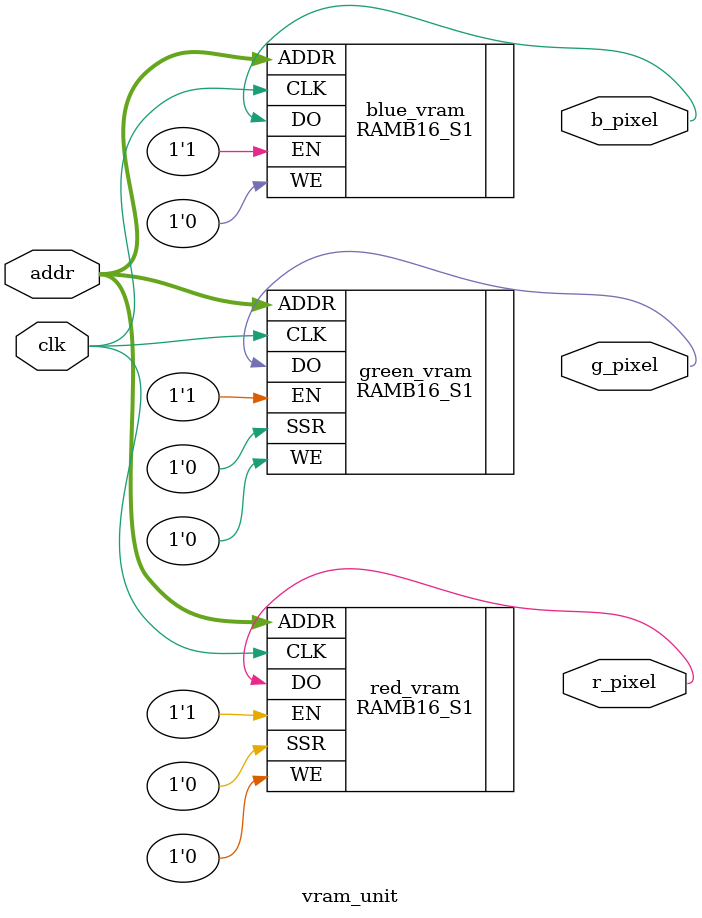
<source format=v>
`timescale 1ns / 1ps
module vram_unit (clk,addr,r_pixel,g_pixel,b_pixel);

input clk;
input [13:0] addr;
output r_pixel,g_pixel,b_pixel;

RAMB16_S1 #(
      .INIT(1'b0),  // Value of output RAM registers at startup
      .SRVAL(1'b0), // Output value upon SSR assertion
      .WRITE_MODE("READ_FIRST"), // WRITE_FIRST, READ_FIRST or NO_CHANGE

      //Start of red-white alternate lines (2 lines per line 12 in total)
      .INIT_00(256'hffffffff_ffffffff_ffffffff_ffffffff_ffffffff_ffffffff_ffffffff_ffffffff),
      .INIT_01(256'hffffffff_ffffffff_ffffffff_ffffffff_ffffffff_ffffffff_ffffffff_ffffffff),
      .INIT_02(256'hffffffff_ffffffff_ffffffff_ffffffff_ffffffff_ffffffff_ffffffff_ffffffff),
      .INIT_03(256'hffffffff_ffffffff_ffffffff_ffffffff_ffffffff_ffffffff_ffffffff_ffffffff),
      .INIT_04(256'hffffffff_ffffffff_ffffffff_ffffffff_ffffffff_ffffffff_ffffffff_ffffffff),
      .INIT_05(256'hffffffff_ffffffff_ffffffff_ffffffff_ffffffff_ffffffff_ffffffff_ffffffff),
      .INIT_06(256'hffffffff_ffffffff_ffffffff_ffffffff_ffffffff_ffffffff_ffffffff_ffffffff),
      .INIT_07(256'hffffffff_ffffffff_ffffffff_ffffffff_ffffffff_ffffffff_ffffffff_ffffffff),
      .INIT_08(256'hffffffff_ffffffff_ffffffff_ffffffff_ffffffff_ffffffff_ffffffff_ffffffff),
      .INIT_09(256'hffffffff_ffffffff_ffffffff_ffffffff_ffffffff_ffffffff_ffffffff_ffffffff),
      .INIT_0A(256'hffffffff_ffffffff_ffffffff_ffffffff_ffffffff_ffffffff_ffffffff_ffffffff),
	   .INIT_0B(256'hffffffff_ffffffff_ffffffff_ffffffff_ffffffff_ffffffff_ffffffff_ffffffff),
	  	//End of first set of red lines
		//Start of green-white alternate lines (2 lines per line 12 in total) 
      .INIT_0C(256'h0000000000000000_0000000000000000_ffffffffffffffff_ffffffffffffffff),
      .INIT_0D(256'h0000000000000000_0000000000000000_ffffffffffffffff_ffffffffffffffff),
      .INIT_0E(256'h0000000000000000_0000000000000000_ffffffffffffffff_ffffffffffffffff),
      .INIT_0F(256'h0000000000000000_0000000000000000_ffffffffffffffff_ffffffffffffffff),
      .INIT_10(256'h0000000000000000_0000000000000000_ffffffffffffffff_ffffffffffffffff),
      .INIT_11(256'h0000000000000000_0000000000000000_ffffffffffffffff_ffffffffffffffff),
      .INIT_12(256'h0000000000000000_0000000000000000_ffffffffffffffff_ffffffffffffffff),
      .INIT_13(256'h0000000000000000_0000000000000000_ffffffffffffffff_ffffffffffffffff),
      .INIT_14(256'h0000000000000000_0000000000000000_ffffffffffffffff_ffffffffffffffff),
      .INIT_15(256'h0000000000000000_0000000000000000_ffffffffffffffff_ffffffffffffffff),
      .INIT_16(256'h0000000000000000_0000000000000000_ffffffffffffffff_ffffffffffffffff),
	   .INIT_17(256'h0000000000000000_0000000000000000_ffffffffffffffff_ffffffffffffffff),
		//Blue-white alternate lines (2 lines per line 12 in total) 
      .INIT_18(256'h0000000000000000_0000000000000000_ffffffffffffffff_ffffffffffffffff),
      .INIT_19(256'h0000000000000000_0000000000000000_ffffffffffffffff_ffffffffffffffff),
      .INIT_1A(256'h0000000000000000_0000000000000000_ffffffffffffffff_ffffffffffffffff),
      .INIT_1B(256'h0000000000000000_0000000000000000_ffffffffffffffff_ffffffffffffffff),
      .INIT_1C(256'h0000000000000000_0000000000000000_ffffffffffffffff_ffffffffffffffff),
      .INIT_1D(256'h0000000000000000_0000000000000000_ffffffffffffffff_ffffffffffffffff),
      .INIT_1E(256'h0000000000000000_0000000000000000_ffffffffffffffff_ffffffffffffffff),
      .INIT_1F(256'h0000000000000000_0000000000000000_ffffffffffffffff_ffffffffffffffff),
      .INIT_20(256'h0000000000000000_0000000000000000_ffffffffffffffff_ffffffffffffffff),
      .INIT_21(256'h0000000000000000_0000000000000000_ffffffffffffffff_ffffffffffffffff),
      .INIT_22(256'h0000000000000000_0000000000000000_ffffffffffffffff_ffffffffffffffff),
      .INIT_23(256'h0000000000000000_0000000000000000_ffffffffffffffff_ffffffffffffffff),
		//Black with rgb vertical alternate lines (2 lines per line 12 in total) 
      .INIT_24(256'h99999999999999999999999999999999_11111111111111111111111111111111),
      .INIT_25(256'h99999999999999999999999999999999_11111111111111111111111111111111),
      .INIT_26(256'h99999999999999999999999999999999_11111111111111111111111111111111),
      .INIT_27(256'h99999999999999999999999999999999_11111111111111111111111111111111),
      .INIT_28(256'h99999999999999999999999999999999_11111111111111111111111111111111),
      .INIT_29(256'h99999999999999999999999999999999_11111111111111111111111111111111),
      .INIT_2A(256'h99999999999999999999999999999999_11111111111111111111111111111111),
      .INIT_2B(256'h99999999999999999999999999999999_11111111111111111111111111111111),
      .INIT_2C(256'h99999999999999999999999999999999_11111111111111111111111111111111),
      .INIT_2D(256'h99999999999999999999999999999999_11111111111111111111111111111111),
      .INIT_2E(256'h99999999999999999999999999999999_11111111111111111111111111111111),
      .INIT_2F(256'h99999999999999999999999999999999_11111111111111111111111111111111)
   ) red_vram (
      .DO(r_pixel),       // 1-bit Data Output
      .ADDR(addr),       // 14-bit Address Input
      .CLK(clk),        // Clock
      .EN(1'b1),        // RAM Enable Input
		.SSR(1'b0) ,      // Synchronous Set/Reset Input
      .WE(1'b0)       // Write Enable Input
   );

	RAMB16_S1 #(
      .INIT(1'b0),  // Value of output RAM registers at startup
      .SRVAL(1'b0), // Output value upon SSR assertion
      .WRITE_MODE("READ_FIRST"), // WRITE_FIRST, READ_FIRST or NO_CHANGE

       //Start of red-white alternate lines (2 lines per line 12 in total) 
      .INIT_00(256'h0000000000000000_0000000000000000_ffffffffffffffff_ffffffffffffffff),
      .INIT_01(256'h0000000000000000_0000000000000000_ffffffffffffffff_ffffffffffffffff),
      .INIT_02(256'h0000000000000000_0000000000000000_ffffffffffffffff_ffffffffffffffff),
      .INIT_03(256'h0000000000000000_0000000000000000_ffffffffffffffff_ffffffffffffffff),
      .INIT_04(256'h0000000000000000_0000000000000000_ffffffffffffffff_ffffffffffffffff),
      .INIT_05(256'h0000000000000000_0000000000000000_ffffffffffffffff_ffffffffffffffff),
      .INIT_06(256'h0000000000000000_0000000000000000_ffffffffffffffff_ffffffffffffffff),
      .INIT_07(256'h0000000000000000_0000000000000000_ffffffffffffffff_ffffffffffffffff),
      .INIT_08(256'h0000000000000000_0000000000000000_ffffffffffffffff_ffffffffffffffff),
      .INIT_09(256'h0000000000000000_0000000000000000_ffffffffffffffff_ffffffffffffffff),
      .INIT_0A(256'h0000000000000000_0000000000000000_ffffffffffffffff_ffffffffffffffff),
	   .INIT_0B(256'h0000000000000000_0000000000000000_ffffffffffffffff_ffffffffffffffff),
		//Start of green-white alternate lines (2 lines per line 12 in total) 
      .INIT_0C(256'hffffffffffffffff_ffffffffffffffff_ffffffffffffffff_ffffffffffffffff),
      .INIT_0D(256'hffffffffffffffff_ffffffffffffffff_ffffffffffffffff_ffffffffffffffff),
      .INIT_0E(256'hffffffffffffffff_ffffffffffffffff_ffffffffffffffff_ffffffffffffffff),
      .INIT_0F(256'hffffffffffffffff_ffffffffffffffff_ffffffffffffffff_ffffffffffffffff),
      .INIT_10(256'hffffffffffffffff_ffffffffffffffff_ffffffffffffffff_ffffffffffffffff),
      .INIT_11(256'hffffffffffffffff_ffffffffffffffff_ffffffffffffffff_ffffffffffffffff),
      .INIT_12(256'hffffffffffffffff_ffffffffffffffff_ffffffffffffffff_ffffffffffffffff),
      .INIT_13(256'hffffffffffffffff_ffffffffffffffff_ffffffffffffffff_ffffffffffffffff),
      .INIT_14(256'hffffffffffffffff_ffffffffffffffff_ffffffffffffffff_ffffffffffffffff),
      .INIT_15(256'hffffffffffffffff_ffffffffffffffff_ffffffffffffffff_ffffffffffffffff),
      .INIT_16(256'hffffffffffffffff_ffffffffffffffff_ffffffffffffffff_ffffffffffffffff),
	   .INIT_17(256'hffffffffffffffff_ffffffffffffffff_ffffffffffffffff_ffffffffffffffff),
		//Start of blue-white alternate lines (2 lines per line 12 in total) 
      .INIT_18(256'h0000000000000000_0000000000000000_ffffffffffffffff_ffffffffffffffff),
      .INIT_19(256'h0000000000000000_0000000000000000_ffffffffffffffff_ffffffffffffffff),
      .INIT_1A(256'h0000000000000000_0000000000000000_ffffffffffffffff_ffffffffffffffff),
      .INIT_1B(256'h0000000000000000_0000000000000000_ffffffffffffffff_ffffffffffffffff),
      .INIT_1C(256'h0000000000000000_0000000000000000_ffffffffffffffff_ffffffffffffffff),
      .INIT_1D(256'h0000000000000000_0000000000000000_ffffffffffffffff_ffffffffffffffff),
      .INIT_1E(256'h0000000000000000_0000000000000000_ffffffffffffffff_ffffffffffffffff),
      .INIT_1F(256'h0000000000000000_0000000000000000_ffffffffffffffff_ffffffffffffffff),
      .INIT_20(256'h0000000000000000_0000000000000000_ffffffffffffffff_ffffffffffffffff),
      .INIT_21(256'h0000000000000000_0000000000000000_ffffffffffffffff_ffffffffffffffff),
      .INIT_22(256'h0000000000000000_0000000000000000_ffffffffffffffff_ffffffffffffffff),
      .INIT_23(256'h0000000000000000_0000000000000000_ffffffffffffffff_ffffffffffffffff),
		//Start of black with rgb vertical alternate lines (2 lines per line 12 in total) 
      .INIT_24(256'haaaaaaaaaaaaaaaaaaaaaaaaaaaaaaaa_22222222222222222222222222222222),
      .INIT_25(256'haaaaaaaaaaaaaaaaaaaaaaaaaaaaaaaa_22222222222222222222222222222222),
      .INIT_26(256'haaaaaaaaaaaaaaaaaaaaaaaaaaaaaaaa_22222222222222222222222222222222),
      .INIT_27(256'haaaaaaaaaaaaaaaaaaaaaaaaaaaaaaaa_22222222222222222222222222222222),
      .INIT_28(256'haaaaaaaaaaaaaaaaaaaaaaaaaaaaaaaa_22222222222222222222222222222222),
      .INIT_29(256'haaaaaaaaaaaaaaaaaaaaaaaaaaaaaaaa_22222222222222222222222222222222),
      .INIT_2A(256'haaaaaaaaaaaaaaaaaaaaaaaaaaaaaaaa_22222222222222222222222222222222),
      .INIT_2B(256'haaaaaaaaaaaaaaaaaaaaaaaaaaaaaaaa_22222222222222222222222222222222),
      .INIT_2C(256'haaaaaaaaaaaaaaaaaaaaaaaaaaaaaaaa_22222222222222222222222222222222),
      .INIT_2D(256'haaaaaaaaaaaaaaaaaaaaaaaaaaaaaaaa_22222222222222222222222222222222),
      .INIT_2E(256'haaaaaaaaaaaaaaaaaaaaaaaaaaaaaaaa_22222222222222222222222222222222),
      .INIT_2F(256'haaaaaaaaaaaaaaaaaaaaaaaaaaaaaaaa_22222222222222222222222222222222)
   ) green_vram (
      .DO(g_pixel),       // 1-bit Data Output
      .ADDR(addr),       // 14-bit Address Input
      .CLK(clk),        // Clock
      .EN(1'b1),        // RAM Enable Input
		.SSR(1'b0) ,      // Synchronous Set/Reset Input
      .WE(1'b0)       // Write Enable Input
   );

	RAMB16_S1 #(
      .INIT(1'b0),  // Value of output RAM registers at startup
      .SRVAL(1'b0), // Output value upon SSR assertion
      .WRITE_MODE("READ_FIRST"), // WRITE_FIRST, READ_FIRST or NO_CHANGE
      
		 //Start of red-white alternate lines (2 lines per line 12 in total) 
		.INIT_00(256'h0000000000000000_0000000000000000_ffffffffffffffff_ffffffffffffffff),
      .INIT_01(256'h0000000000000000_0000000000000000_ffffffffffffffff_ffffffffffffffff),
      .INIT_02(256'h0000000000000000_0000000000000000_ffffffffffffffff_ffffffffffffffff),
      .INIT_03(256'h0000000000000000_0000000000000000_ffffffffffffffff_ffffffffffffffff),
      .INIT_04(256'h0000000000000000_0000000000000000_ffffffffffffffff_ffffffffffffffff),
      .INIT_05(256'h0000000000000000_0000000000000000_ffffffffffffffff_ffffffffffffffff),
      .INIT_06(256'h0000000000000000_0000000000000000_ffffffffffffffff_ffffffffffffffff),
      .INIT_07(256'h0000000000000000_0000000000000000_ffffffffffffffff_ffffffffffffffff),
      .INIT_08(256'h0000000000000000_0000000000000000_ffffffffffffffff_ffffffffffffffff),
      .INIT_09(256'h0000000000000000_0000000000000000_ffffffffffffffff_ffffffffffffffff),
      .INIT_0A(256'h0000000000000000_0000000000000000_ffffffffffffffff_ffffffffffffffff),
	   .INIT_0B(256'h0000000000000000_0000000000000000_ffffffffffffffff_ffffffffffffffff),
		//Start of green-white alternate lines (2 lines per line 12 in total) 
      .INIT_0C(256'h0000000000000000_0000000000000000_ffffffffffffffff_ffffffffffffffff),
      .INIT_0D(256'h0000000000000000_0000000000000000_ffffffffffffffff_ffffffffffffffff),
      .INIT_0E(256'h0000000000000000_0000000000000000_ffffffffffffffff_ffffffffffffffff),
      .INIT_0F(256'h0000000000000000_0000000000000000_ffffffffffffffff_ffffffffffffffff),
      .INIT_10(256'h0000000000000000_0000000000000000_ffffffffffffffff_ffffffffffffffff),
      .INIT_11(256'h0000000000000000_0000000000000000_ffffffffffffffff_ffffffffffffffff),
      .INIT_12(256'h0000000000000000_0000000000000000_ffffffffffffffff_ffffffffffffffff),
      .INIT_13(256'h0000000000000000_0000000000000000_ffffffffffffffff_ffffffffffffffff),
      .INIT_14(256'h0000000000000000_0000000000000000_ffffffffffffffff_ffffffffffffffff),
      .INIT_15(256'h0000000000000000_0000000000000000_ffffffffffffffff_ffffffffffffffff),
      .INIT_16(256'h0000000000000000_0000000000000000_ffffffffffffffff_ffffffffffffffff),
	   .INIT_17(256'h0000000000000000_0000000000000000_ffffffffffffffff_ffffffffffffffff),
		//Start of blue-white alternate lines (2 lines per line 12 in total) 
      .INIT_18(256'hffffffffffffffff_ffffffffffffffff_ffffffffffffffff_ffffffffffffffff),
      .INIT_19(256'hffffffffffffffff_ffffffffffffffff_ffffffffffffffff_ffffffffffffffff),
      .INIT_1A(256'hffffffffffffffff_ffffffffffffffff_ffffffffffffffff_ffffffffffffffff),
      .INIT_1B(256'hffffffffffffffff_ffffffffffffffff_ffffffffffffffff_ffffffffffffffff),
      .INIT_1C(256'hffffffffffffffff_ffffffffffffffff_ffffffffffffffff_ffffffffffffffff),
      .INIT_1D(256'hffffffffffffffff_ffffffffffffffff_ffffffffffffffff_ffffffffffffffff),
      .INIT_1E(256'hffffffffffffffff_ffffffffffffffff_ffffffffffffffff_ffffffffffffffff),
      .INIT_1F(256'hffffffffffffffff_ffffffffffffffff_ffffffffffffffff_ffffffffffffffff),
      .INIT_20(256'hffffffffffffffff_ffffffffffffffff_ffffffffffffffff_ffffffffffffffff),
      .INIT_21(256'hffffffffffffffff_ffffffffffffffff_ffffffffffffffff_ffffffffffffffff),
      .INIT_22(256'hffffffffffffffff_ffffffffffffffff_ffffffffffffffff_ffffffffffffffff),
      .INIT_23(256'hffffffffffffffff_ffffffffffffffff_ffffffffffffffff_ffffffffffffffff),
		//Start of black with rgb vertical alternate lines (2 lines per line 12 in total) 
      .INIT_24(256'hcccccccccccccccccccccccccccccccc_44444444444444444444444444444444),
      .INIT_25(256'hcccccccccccccccccccccccccccccccc_44444444444444444444444444444444),
      .INIT_26(256'hcccccccccccccccccccccccccccccccc_44444444444444444444444444444444),
      .INIT_27(256'hcccccccccccccccccccccccccccccccc_44444444444444444444444444444444),
      .INIT_28(256'hcccccccccccccccccccccccccccccccc_44444444444444444444444444444444),
      .INIT_29(256'hcccccccccccccccccccccccccccccccc_44444444444444444444444444444444),
      .INIT_2A(256'hcccccccccccccccccccccccccccccccc_44444444444444444444444444444444),
      .INIT_2B(256'hcccccccccccccccccccccccccccccccc_44444444444444444444444444444444),
      .INIT_2C(256'hcccccccccccccccccccccccccccccccc_44444444444444444444444444444444),
      .INIT_2D(256'hcccccccccccccccccccccccccccccccc_44444444444444444444444444444444),
      .INIT_2E(256'hcccccccccccccccccccccccccccccccc_44444444444444444444444444444444),
      .INIT_2F(256'hcccccccccccccccccccccccccccccccc_44444444444444444444444444444444)
   ) blue_vram (
      .DO(b_pixel),       // 1-bit Data Output
      .ADDR(addr),       // 14-bit Address Input
      .CLK(clk),        // Clock
      .EN(1'b1),       // RAM Enable Input
      .WE(1'b0)       // Write Enable Input
   );

endmodule

</source>
